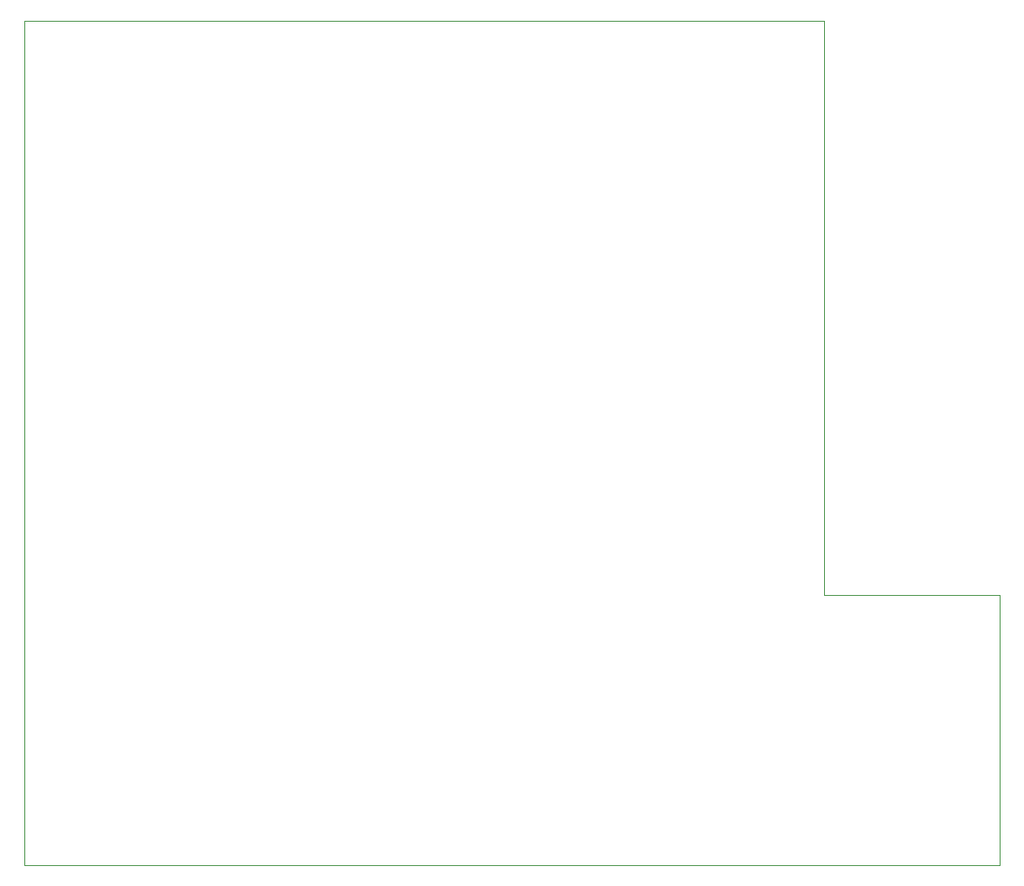
<source format=gbo>
G75*
%MOIN*%
%OFA0B0*%
%FSLAX25Y25*%
%IPPOS*%
%LPD*%
%AMOC8*
5,1,8,0,0,1.08239X$1,22.5*
%
%ADD10C,0.00000*%
D10*
X0034500Y0035000D02*
X0034500Y0359000D01*
X0341000Y0359000D01*
X0341000Y0138500D01*
X0408516Y0138500D01*
X0408516Y0035000D01*
X0034500Y0035000D01*
M02*

</source>
